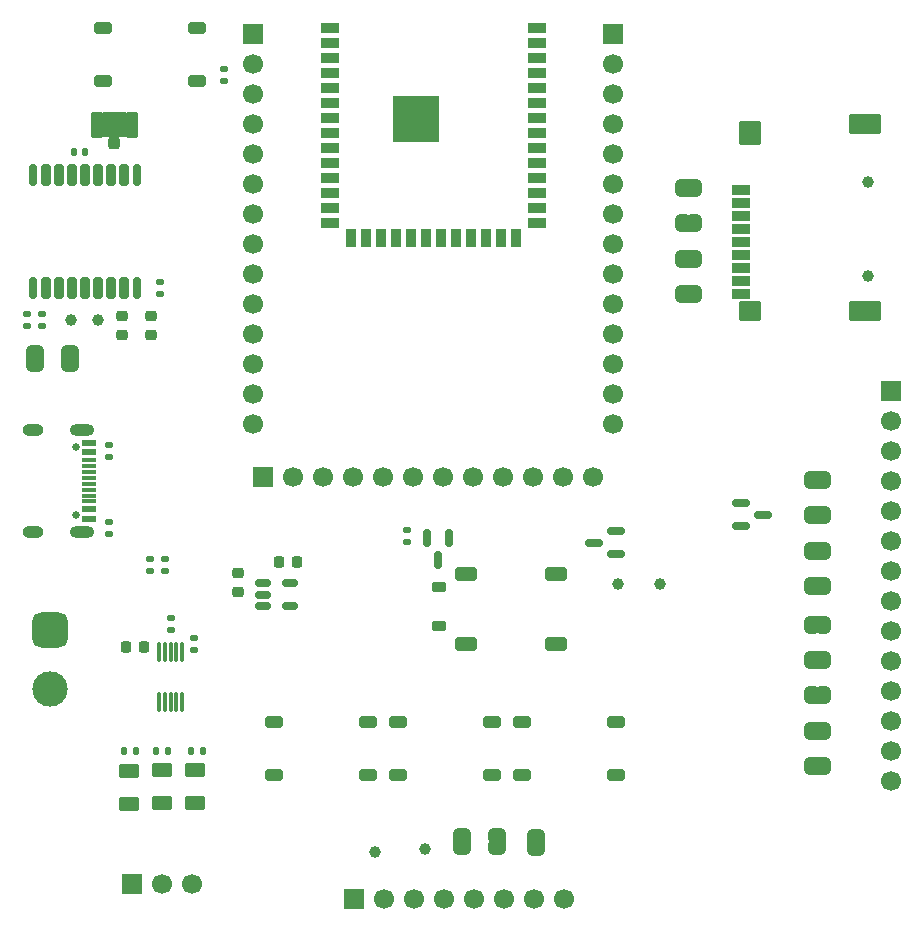
<source format=gts>
%TF.GenerationSoftware,KiCad,Pcbnew,9.0.7*%
%TF.CreationDate,2026-02-25T10:13:12-05:00*%
%TF.ProjectId,remigochi-pcb,72656d69-676f-4636-9869-2d7063622e6b,rev?*%
%TF.SameCoordinates,Original*%
%TF.FileFunction,Soldermask,Top*%
%TF.FilePolarity,Negative*%
%FSLAX46Y46*%
G04 Gerber Fmt 4.6, Leading zero omitted, Abs format (unit mm)*
G04 Created by KiCad (PCBNEW 9.0.7) date 2026-02-25 10:13:12*
%MOMM*%
%LPD*%
G01*
G04 APERTURE LIST*
G04 Aperture macros list*
%AMRoundRect*
0 Rectangle with rounded corners*
0 $1 Rounding radius*
0 $2 $3 $4 $5 $6 $7 $8 $9 X,Y pos of 4 corners*
0 Add a 4 corners polygon primitive as box body*
4,1,4,$2,$3,$4,$5,$6,$7,$8,$9,$2,$3,0*
0 Add four circle primitives for the rounded corners*
1,1,$1+$1,$2,$3*
1,1,$1+$1,$4,$5*
1,1,$1+$1,$6,$7*
1,1,$1+$1,$8,$9*
0 Add four rect primitives between the rounded corners*
20,1,$1+$1,$2,$3,$4,$5,0*
20,1,$1+$1,$4,$5,$6,$7,0*
20,1,$1+$1,$6,$7,$8,$9,0*
20,1,$1+$1,$8,$9,$2,$3,0*%
%AMFreePoly0*
4,1,23,0.500000,-0.750000,0.000000,-0.750000,0.000000,-0.745722,-0.065263,-0.745722,-0.191342,-0.711940,-0.304381,-0.646677,-0.396677,-0.554381,-0.461940,-0.441342,-0.495722,-0.315263,-0.495722,-0.250000,-0.500000,-0.250000,-0.500000,0.250000,-0.495722,0.250000,-0.495722,0.315263,-0.461940,0.441342,-0.396677,0.554381,-0.304381,0.646677,-0.191342,0.711940,-0.065263,0.745722,0.000000,0.745722,
0.000000,0.750000,0.500000,0.750000,0.500000,-0.750000,0.500000,-0.750000,$1*%
%AMFreePoly1*
4,1,23,0.000000,0.745722,0.065263,0.745722,0.191342,0.711940,0.304381,0.646677,0.396677,0.554381,0.461940,0.441342,0.495722,0.315263,0.495722,0.250000,0.500000,0.250000,0.500000,-0.250000,0.495722,-0.250000,0.495722,-0.315263,0.461940,-0.441342,0.396677,-0.554381,0.304381,-0.646677,0.191342,-0.711940,0.065263,-0.745722,0.000000,-0.745722,0.000000,-0.750000,-0.500000,-0.750000,
-0.500000,0.750000,0.000000,0.750000,0.000000,0.745722,0.000000,0.745722,$1*%
G04 Aperture macros list end*
%ADD10FreePoly0,0.000000*%
%ADD11FreePoly1,0.000000*%
%ADD12RoundRect,0.135000X-0.135000X-0.185000X0.135000X-0.185000X0.135000X0.185000X-0.135000X0.185000X0*%
%ADD13C,1.000000*%
%ADD14C,0.650000*%
%ADD15R,1.240000X0.600000*%
%ADD16R,1.240000X0.300000*%
%ADD17O,2.100000X1.000000*%
%ADD18O,1.800000X1.000000*%
%ADD19R,1.700000X1.700000*%
%ADD20C,1.700000*%
%ADD21RoundRect,0.250000X-0.500000X-0.250000X0.500000X-0.250000X0.500000X0.250000X-0.500000X0.250000X0*%
%ADD22RoundRect,0.147500X-0.147500X-0.172500X0.147500X-0.172500X0.147500X0.172500X-0.147500X0.172500X0*%
%ADD23FreePoly0,180.000000*%
%ADD24FreePoly1,180.000000*%
%ADD25RoundRect,0.150000X-0.512500X-0.150000X0.512500X-0.150000X0.512500X0.150000X-0.512500X0.150000X0*%
%ADD26RoundRect,0.135000X0.185000X-0.135000X0.185000X0.135000X-0.185000X0.135000X-0.185000X-0.135000X0*%
%ADD27RoundRect,0.135000X-0.185000X0.135000X-0.185000X-0.135000X0.185000X-0.135000X0.185000X0.135000X0*%
%ADD28RoundRect,0.225000X-0.250000X0.225000X-0.250000X-0.225000X0.250000X-0.225000X0.250000X0.225000X0*%
%ADD29FreePoly0,270.000000*%
%ADD30FreePoly1,270.000000*%
%ADD31RoundRect,0.225000X0.250000X-0.225000X0.250000X0.225000X-0.250000X0.225000X-0.250000X-0.225000X0*%
%ADD32RoundRect,0.225000X0.225000X0.250000X-0.225000X0.250000X-0.225000X-0.250000X0.225000X-0.250000X0*%
%ADD33RoundRect,0.087500X0.087500X-0.725000X0.087500X0.725000X-0.087500X0.725000X-0.087500X-0.725000X0*%
%ADD34RoundRect,0.225000X-0.225000X-0.250000X0.225000X-0.250000X0.225000X0.250000X-0.225000X0.250000X0*%
%ADD35RoundRect,0.250000X0.250000X-0.275000X0.250000X0.275000X-0.250000X0.275000X-0.250000X-0.275000X0*%
%ADD36RoundRect,0.250000X0.275000X-0.850000X0.275000X0.850000X-0.275000X0.850000X-0.275000X-0.850000X0*%
%ADD37R,1.500000X0.900000*%
%ADD38R,0.900000X1.500000*%
%ADD39C,0.600000*%
%ADD40R,3.900000X3.900000*%
%ADD41RoundRect,0.250000X-0.625000X0.375000X-0.625000X-0.375000X0.625000X-0.375000X0.625000X0.375000X0*%
%ADD42RoundRect,0.150000X-0.587500X-0.150000X0.587500X-0.150000X0.587500X0.150000X-0.587500X0.150000X0*%
%ADD43RoundRect,0.135000X0.135000X0.185000X-0.135000X0.185000X-0.135000X-0.185000X0.135000X-0.185000X0*%
%ADD44RoundRect,0.175000X0.175000X-0.725000X0.175000X0.725000X-0.175000X0.725000X-0.175000X-0.725000X0*%
%ADD45RoundRect,0.200000X0.200000X-0.700000X0.200000X0.700000X-0.200000X0.700000X-0.200000X-0.700000X0*%
%ADD46RoundRect,0.750000X-0.750000X0.750000X-0.750000X-0.750000X0.750000X-0.750000X0.750000X0.750000X0*%
%ADD47C,3.000000*%
%ADD48RoundRect,0.150000X-0.150000X0.587500X-0.150000X-0.587500X0.150000X-0.587500X0.150000X0.587500X0*%
%ADD49RoundRect,0.225000X-0.375000X0.225000X-0.375000X-0.225000X0.375000X-0.225000X0.375000X0.225000X0*%
%ADD50RoundRect,0.250000X0.500000X0.250000X-0.500000X0.250000X-0.500000X-0.250000X0.500000X-0.250000X0*%
%ADD51C,0.999997*%
%ADD52RoundRect,0.102000X0.650000X-0.350000X0.650000X0.350000X-0.650000X0.350000X-0.650000X-0.350000X0*%
%ADD53RoundRect,0.102000X0.825500X-0.723900X0.825500X0.723900X-0.825500X0.723900X-0.825500X-0.723900X0*%
%ADD54RoundRect,0.102000X1.219200X-0.723900X1.219200X0.723900X-1.219200X0.723900X-1.219200X-0.723900X0*%
%ADD55RoundRect,0.102000X0.825500X-0.927100X0.825500X0.927100X-0.825500X0.927100X-0.825500X-0.927100X0*%
%ADD56RoundRect,0.150000X0.587500X0.150000X-0.587500X0.150000X-0.587500X-0.150000X0.587500X-0.150000X0*%
%ADD57RoundRect,0.172500X-0.717500X-0.402500X0.717500X-0.402500X0.717500X0.402500X-0.717500X0.402500X0*%
G04 APERTURE END LIST*
%TO.C,JP18*%
G36*
X180637500Y-122780000D02*
G01*
X180937500Y-122780000D01*
X180937500Y-124280000D01*
X180637500Y-124280000D01*
X180637500Y-122780000D01*
G37*
%TO.C,JP17*%
G36*
X180637500Y-119780000D02*
G01*
X180937500Y-119780000D01*
X180937500Y-121280000D01*
X180637500Y-121280000D01*
X180637500Y-119780000D01*
G37*
%TO.C,JP4*%
G36*
X170000000Y-84320000D02*
G01*
X169700000Y-84320000D01*
X169700000Y-82820000D01*
X170000000Y-82820000D01*
X170000000Y-84320000D01*
G37*
%TO.C,JP16*%
G36*
X180637500Y-116780000D02*
G01*
X180937500Y-116780000D01*
X180937500Y-118280000D01*
X180637500Y-118280000D01*
X180637500Y-116780000D01*
G37*
%TO.C,JP11*%
G36*
X157670000Y-132850000D02*
G01*
X156170000Y-132850000D01*
X156170000Y-133150000D01*
X157670000Y-133150000D01*
X157670000Y-132850000D01*
G37*
%TO.C,JP5*%
G36*
X170000000Y-87320000D02*
G01*
X169700000Y-87320000D01*
X169700000Y-85820000D01*
X170000000Y-85820000D01*
X170000000Y-87320000D01*
G37*
%TO.C,JP10*%
G36*
X154420000Y-132750000D02*
G01*
X152920000Y-132750000D01*
X152920000Y-133050000D01*
X154420000Y-133050000D01*
X154420000Y-132750000D01*
G37*
%TO.C,JP12*%
G36*
X180637500Y-104530000D02*
G01*
X180937500Y-104530000D01*
X180937500Y-106030000D01*
X180637500Y-106030000D01*
X180637500Y-104530000D01*
G37*
%TO.C,JP3*%
G36*
X170000000Y-81320000D02*
G01*
X169700000Y-81320000D01*
X169700000Y-79820000D01*
X170000000Y-79820000D01*
X170000000Y-81320000D01*
G37*
%TO.C,JP19*%
G36*
X180637500Y-125780000D02*
G01*
X180937500Y-125780000D01*
X180937500Y-127280000D01*
X180637500Y-127280000D01*
X180637500Y-125780000D01*
G37*
%TO.C,JP7*%
G36*
X180637500Y-101530000D02*
G01*
X180937500Y-101530000D01*
X180937500Y-103030000D01*
X180637500Y-103030000D01*
X180637500Y-101530000D01*
G37*
%TO.C,J5*%
G36*
X120310000Y-73265000D02*
G01*
X122190000Y-73265000D01*
X122190000Y-71175000D01*
X120310000Y-71175000D01*
X120310000Y-73265000D01*
G37*
%TO.C,JP15*%
G36*
X180637500Y-113780000D02*
G01*
X180937500Y-113780000D01*
X180937500Y-115280000D01*
X180637500Y-115280000D01*
X180637500Y-113780000D01*
G37*
%TO.C,JP9*%
G36*
X151420000Y-132750000D02*
G01*
X149920000Y-132750000D01*
X149920000Y-133050000D01*
X151420000Y-133050000D01*
X151420000Y-132750000D01*
G37*
%TO.C,JP20*%
G36*
X115250000Y-91850000D02*
G01*
X113750000Y-91850000D01*
X113750000Y-92150000D01*
X115250000Y-92150000D01*
X115250000Y-91850000D01*
G37*
%TO.C,JP14*%
G36*
X180637500Y-110530000D02*
G01*
X180937500Y-110530000D01*
X180937500Y-112030000D01*
X180637500Y-112030000D01*
X180637500Y-110530000D01*
G37*
%TO.C,JP13*%
G36*
X180637500Y-107530000D02*
G01*
X180937500Y-107530000D01*
X180937500Y-109030000D01*
X180637500Y-109030000D01*
X180637500Y-107530000D01*
G37*
%TO.C,JP1*%
G36*
X170000000Y-78320000D02*
G01*
X169700000Y-78320000D01*
X169700000Y-76820000D01*
X170000000Y-76820000D01*
X170000000Y-78320000D01*
G37*
%TO.C,JP21*%
G36*
X118250000Y-91850000D02*
G01*
X116750000Y-91850000D01*
X116750000Y-92150000D01*
X118250000Y-92150000D01*
X118250000Y-91850000D01*
G37*
%TD*%
D10*
%TO.C,JP18*%
X180137500Y-123530000D03*
D11*
X181437500Y-123530000D03*
%TD*%
D12*
%TO.C,R5*%
X122030000Y-125250000D03*
X123050000Y-125250000D03*
%TD*%
D13*
%TO.C,TP2*%
X117600000Y-88750000D03*
%TD*%
D10*
%TO.C,JP17*%
X180137500Y-120530000D03*
D11*
X181437500Y-120530000D03*
%TD*%
D14*
%TO.C,J1*%
X118000000Y-99470000D03*
X118000000Y-105250000D03*
D15*
X119120000Y-99160000D03*
X119120000Y-99960000D03*
D16*
X119120000Y-101110000D03*
X119120000Y-102110000D03*
X119120000Y-102610000D03*
X119120000Y-103610000D03*
D15*
X119120000Y-104760000D03*
X119120000Y-105560000D03*
X119120000Y-105560000D03*
X119120000Y-104760000D03*
D16*
X119120000Y-104110000D03*
X119120000Y-103110000D03*
X119120000Y-101610000D03*
X119120000Y-100610000D03*
D15*
X119120000Y-99960000D03*
X119120000Y-99160000D03*
D17*
X118520000Y-98040000D03*
D18*
X114320000Y-98040000D03*
D17*
X118520000Y-106680000D03*
D18*
X114320000Y-106680000D03*
%TD*%
D19*
%TO.C,J7*%
X163500000Y-64490000D03*
D20*
X163500000Y-67030000D03*
X163500000Y-69570000D03*
X163500000Y-72110000D03*
X163500000Y-74650000D03*
X163500000Y-77190000D03*
X163500000Y-79730000D03*
X163500000Y-82270000D03*
X163500000Y-84810000D03*
X163500000Y-87350000D03*
X163500000Y-89890000D03*
X163500000Y-92430000D03*
X163500000Y-94970000D03*
X163500000Y-97510000D03*
%TD*%
D21*
%TO.C,SW4*%
X155750000Y-122750000D03*
X163750000Y-122750000D03*
X155750000Y-127250000D03*
X163750000Y-127250000D03*
%TD*%
D22*
%TO.C,D4*%
X117790000Y-74525000D03*
X118760000Y-74525000D03*
%TD*%
D23*
%TO.C,JP4*%
X170500000Y-83570000D03*
D24*
X169200000Y-83570000D03*
%TD*%
D10*
%TO.C,JP16*%
X180137500Y-117530000D03*
D11*
X181437500Y-117530000D03*
%TD*%
D19*
%TO.C,J2*%
X122710000Y-136500000D03*
D20*
X125250000Y-136500000D03*
X127790000Y-136500000D03*
%TD*%
D13*
%TO.C,TP4*%
X167400000Y-111100000D03*
%TD*%
D25*
%TO.C,U5*%
X133862500Y-111050000D03*
X133862500Y-112000000D03*
X133862500Y-112950000D03*
X136137500Y-112950000D03*
X136137500Y-111050000D03*
%TD*%
D26*
%TO.C,R4*%
X128000000Y-116710000D03*
X128000000Y-115690000D03*
%TD*%
D27*
%TO.C,R9*%
X125500000Y-109000000D03*
X125500000Y-110020000D03*
%TD*%
D28*
%TO.C,C6*%
X124360000Y-88450000D03*
X124360000Y-90000000D03*
%TD*%
D29*
%TO.C,JP11*%
X156920000Y-132350000D03*
D30*
X156920000Y-133650000D03*
%TD*%
D26*
%TO.C,R3*%
X126000000Y-114960000D03*
X126000000Y-113940000D03*
%TD*%
D28*
%TO.C,C7*%
X121850000Y-88450000D03*
X121850000Y-90000000D03*
%TD*%
D27*
%TO.C,R2*%
X120820000Y-105850000D03*
X120820000Y-106870000D03*
%TD*%
D31*
%TO.C,C2*%
X131705000Y-111750000D03*
X131705000Y-110200000D03*
%TD*%
D23*
%TO.C,JP5*%
X170500000Y-86570000D03*
D24*
X169200000Y-86570000D03*
%TD*%
D12*
%TO.C,R6*%
X127740000Y-125250000D03*
X128760000Y-125250000D03*
%TD*%
D29*
%TO.C,JP10*%
X153670000Y-132250000D03*
D30*
X153670000Y-133550000D03*
%TD*%
D10*
%TO.C,JP12*%
X180137500Y-105280000D03*
D11*
X181437500Y-105280000D03*
%TD*%
D32*
%TO.C,C1*%
X123775000Y-116450000D03*
X122225000Y-116450000D03*
%TD*%
D33*
%TO.C,U1*%
X125000000Y-121112500D03*
X125500000Y-121112500D03*
X126000000Y-121112500D03*
X126500000Y-121112500D03*
X127000000Y-121112500D03*
X127000000Y-116887500D03*
X126500000Y-116887500D03*
X126000000Y-116887500D03*
X125500000Y-116887500D03*
X125000000Y-116887500D03*
%TD*%
D26*
%TO.C,R12*%
X113850000Y-89250000D03*
X113850000Y-88230000D03*
%TD*%
D23*
%TO.C,JP3*%
X170500000Y-80570000D03*
D24*
X169200000Y-80570000D03*
%TD*%
D19*
%TO.C,J9*%
X187000000Y-94720000D03*
D20*
X187000000Y-97260000D03*
X187000000Y-99800000D03*
X187000000Y-102340000D03*
X187000000Y-104880000D03*
X187000000Y-107420000D03*
X187000000Y-109960000D03*
X187000000Y-112500000D03*
X187000000Y-115040000D03*
X187000000Y-117580000D03*
X187000000Y-120120000D03*
X187000000Y-122660000D03*
X187000000Y-125200000D03*
X187000000Y-127740000D03*
%TD*%
D27*
%TO.C,R15*%
X146000000Y-106490000D03*
X146000000Y-107510000D03*
%TD*%
D26*
%TO.C,R11*%
X115100000Y-89260000D03*
X115100000Y-88240000D03*
%TD*%
D19*
%TO.C,J8*%
X133000000Y-64500000D03*
D20*
X133000000Y-67040000D03*
X133000000Y-69580000D03*
X133000000Y-72120000D03*
X133000000Y-74660000D03*
X133000000Y-77200000D03*
X133000000Y-79740000D03*
X133000000Y-82280000D03*
X133000000Y-84820000D03*
X133000000Y-87360000D03*
X133000000Y-89900000D03*
X133000000Y-92440000D03*
X133000000Y-94980000D03*
X133000000Y-97520000D03*
%TD*%
D21*
%TO.C,SW2*%
X134750000Y-122750000D03*
X142750000Y-122750000D03*
X134750000Y-127250000D03*
X142750000Y-127250000D03*
%TD*%
D10*
%TO.C,JP19*%
X180137500Y-126530000D03*
D11*
X181437500Y-126530000D03*
%TD*%
D10*
%TO.C,JP7*%
X180137500Y-102280000D03*
D11*
X181437500Y-102280000D03*
%TD*%
D21*
%TO.C,SW3*%
X145250000Y-122750000D03*
X153250000Y-122750000D03*
X145250000Y-127250000D03*
X153250000Y-127250000D03*
%TD*%
D34*
%TO.C,C8*%
X135180000Y-109225000D03*
X136730000Y-109225000D03*
%TD*%
D35*
%TO.C,J5*%
X121250000Y-73800000D03*
D36*
X119775000Y-72275000D03*
X122725000Y-72275000D03*
%TD*%
D26*
%TO.C,R1*%
X120820000Y-100370000D03*
X120820000Y-99350000D03*
%TD*%
D19*
%TO.C,J10*%
X133840000Y-102000000D03*
D20*
X136380000Y-102000000D03*
X138920000Y-102000000D03*
X141460000Y-102000000D03*
X144000000Y-102000000D03*
X146540000Y-102000000D03*
X149080000Y-102000000D03*
X151620000Y-102000000D03*
X154160000Y-102000000D03*
X156700000Y-102000000D03*
X159240000Y-102000000D03*
X161780000Y-102000000D03*
%TD*%
D37*
%TO.C,U3*%
X139500000Y-64030000D03*
X139500000Y-65300000D03*
X139500000Y-66570000D03*
X139500000Y-67840000D03*
X139500000Y-69110000D03*
X139500000Y-70380000D03*
X139500000Y-71650000D03*
X139500000Y-72920000D03*
X139500000Y-74190000D03*
X139500000Y-75460000D03*
X139500000Y-76730000D03*
X139500000Y-78000000D03*
X139500000Y-79270000D03*
X139500000Y-80540000D03*
D38*
X141265000Y-81790000D03*
X142535000Y-81790000D03*
X143805000Y-81790000D03*
X145075000Y-81790000D03*
X146345000Y-81790000D03*
X147615000Y-81790000D03*
X148885000Y-81790000D03*
X150155000Y-81790000D03*
X151425000Y-81790000D03*
X152695000Y-81790000D03*
X153965000Y-81790000D03*
X155235000Y-81790000D03*
D37*
X157000000Y-80540000D03*
X157000000Y-79270000D03*
X157000000Y-78000000D03*
X157000000Y-76730000D03*
X157000000Y-75460000D03*
X157000000Y-74190000D03*
X157000000Y-72920000D03*
X157000000Y-71650000D03*
X157000000Y-70380000D03*
X157000000Y-69110000D03*
X157000000Y-67840000D03*
X157000000Y-66570000D03*
X157000000Y-65300000D03*
X157000000Y-64030000D03*
D39*
X145350000Y-71050000D03*
X145350000Y-72450000D03*
X146050000Y-70350000D03*
X146050000Y-71750000D03*
X146050000Y-73150000D03*
X146750000Y-71050000D03*
D40*
X146750000Y-71750000D03*
D39*
X146750000Y-72450000D03*
X147450000Y-70350000D03*
X147450000Y-71750000D03*
X147450000Y-73150000D03*
X148150000Y-71050000D03*
X148150000Y-72450000D03*
%TD*%
D13*
%TO.C,TP1*%
X119850000Y-88750000D03*
%TD*%
D27*
%TO.C,R10*%
X130500000Y-67500000D03*
X130500000Y-68520000D03*
%TD*%
D10*
%TO.C,JP15*%
X180137500Y-114530000D03*
D11*
X181437500Y-114530000D03*
%TD*%
D26*
%TO.C,R8*%
X124250000Y-110020000D03*
X124250000Y-109000000D03*
%TD*%
D41*
%TO.C,D1*%
X122510000Y-126900000D03*
X122510000Y-129700000D03*
%TD*%
D29*
%TO.C,JP9*%
X150670000Y-132250000D03*
D30*
X150670000Y-133550000D03*
%TD*%
D13*
%TO.C,TP6*%
X147540000Y-133500000D03*
%TD*%
D42*
%TO.C,Q3*%
X174287500Y-104280000D03*
X174287500Y-106180000D03*
X176162500Y-105230000D03*
%TD*%
D29*
%TO.C,JP20*%
X114500000Y-91350000D03*
D30*
X114500000Y-92650000D03*
%TD*%
D13*
%TO.C,TP3*%
X163900000Y-111100000D03*
%TD*%
D43*
%TO.C,R7*%
X125800000Y-125250000D03*
X124780000Y-125250000D03*
%TD*%
D10*
%TO.C,JP14*%
X180137500Y-111280000D03*
D11*
X181437500Y-111280000D03*
%TD*%
D41*
%TO.C,D3*%
X125290000Y-126850000D03*
X125290000Y-129650000D03*
%TD*%
D44*
%TO.C,U4*%
X114350000Y-86000000D03*
D45*
X115450000Y-86000000D03*
X116550000Y-86000000D03*
X117650000Y-86000000D03*
X118750000Y-86000000D03*
X119850000Y-86000000D03*
X120950000Y-86000000D03*
X122050000Y-86000000D03*
D44*
X123150000Y-86000000D03*
X123150000Y-76500000D03*
D45*
X122050000Y-76500000D03*
X120950000Y-76500000D03*
X119850000Y-76500000D03*
X118750000Y-76500000D03*
X117650000Y-76500000D03*
X116550000Y-76500000D03*
X115450000Y-76500000D03*
D44*
X114350000Y-76500000D03*
%TD*%
D46*
%TO.C,J3*%
X115750000Y-115000000D03*
D47*
X115750000Y-120000000D03*
%TD*%
D10*
%TO.C,JP13*%
X180137500Y-108280000D03*
D11*
X181437500Y-108280000D03*
%TD*%
D26*
%TO.C,R13*%
X125100000Y-86520000D03*
X125100000Y-85500000D03*
%TD*%
D41*
%TO.C,D2*%
X128040000Y-126850000D03*
X128040000Y-129650000D03*
%TD*%
D13*
%TO.C,TP5*%
X143290000Y-133750000D03*
%TD*%
D48*
%TO.C,Q2*%
X149600000Y-107167500D03*
X147700000Y-107167500D03*
X148650000Y-109042500D03*
%TD*%
D49*
%TO.C,D5*%
X148700000Y-111317500D03*
X148700000Y-114617500D03*
%TD*%
D50*
%TO.C,SW1*%
X128250000Y-68500000D03*
X120250000Y-68500000D03*
X128250000Y-64000000D03*
X120250000Y-64000000D03*
%TD*%
D23*
%TO.C,JP1*%
X170500000Y-77570000D03*
D24*
X169200000Y-77570000D03*
%TD*%
D51*
%TO.C,J4*%
X185030600Y-85003800D03*
X185030600Y-77028200D03*
D52*
X174326200Y-77770200D03*
X174326200Y-78870200D03*
X174326200Y-79970200D03*
X174326200Y-81070200D03*
X174326200Y-82170200D03*
X174326200Y-83270200D03*
X174326200Y-84370200D03*
X174326200Y-85470200D03*
D53*
X175100000Y-87988600D03*
D54*
X184800000Y-87988600D03*
D55*
X175100000Y-72938800D03*
D54*
X184800000Y-72163800D03*
D52*
X174326200Y-86570200D03*
%TD*%
D56*
%TO.C,Q1*%
X163737500Y-108550000D03*
X163737500Y-106650000D03*
X161862500Y-107600000D03*
%TD*%
D57*
%TO.C,BZ1*%
X158640000Y-110242500D03*
X158640000Y-116202500D03*
X151050000Y-110242500D03*
X151050000Y-116202500D03*
%TD*%
D19*
%TO.C,J6*%
X141510000Y-137750000D03*
D20*
X144050000Y-137750000D03*
X146590000Y-137750000D03*
X149130000Y-137750000D03*
X151670000Y-137750000D03*
X154210000Y-137750000D03*
X156750000Y-137750000D03*
X159290000Y-137750000D03*
%TD*%
D29*
%TO.C,JP21*%
X117500000Y-91350000D03*
D30*
X117500000Y-92650000D03*
%TD*%
M02*

</source>
